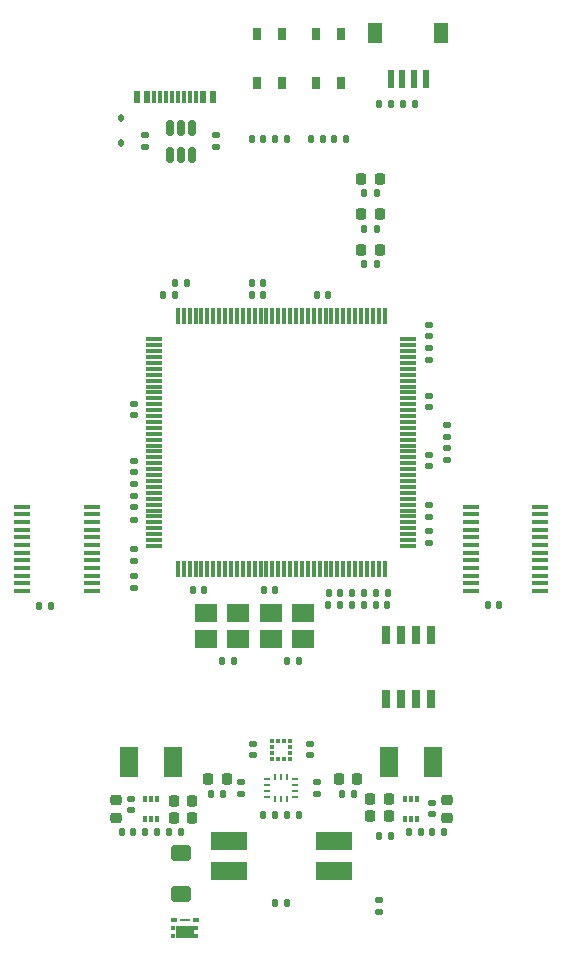
<source format=gbr>
%TF.GenerationSoftware,KiCad,Pcbnew,7.0.1*%
%TF.CreationDate,2023-07-17T00:48:34+01:00*%
%TF.ProjectId,Sensor Hub Board,53656e73-6f72-4204-9875-6220426f6172,rev?*%
%TF.SameCoordinates,Original*%
%TF.FileFunction,Paste,Top*%
%TF.FilePolarity,Positive*%
%FSLAX46Y46*%
G04 Gerber Fmt 4.6, Leading zero omitted, Abs format (unit mm)*
G04 Created by KiCad (PCBNEW 7.0.1) date 2023-07-17 00:48:34*
%MOMM*%
%LPD*%
G01*
G04 APERTURE LIST*
G04 Aperture macros list*
%AMRoundRect*
0 Rectangle with rounded corners*
0 $1 Rounding radius*
0 $2 $3 $4 $5 $6 $7 $8 $9 X,Y pos of 4 corners*
0 Add a 4 corners polygon primitive as box body*
4,1,4,$2,$3,$4,$5,$6,$7,$8,$9,$2,$3,0*
0 Add four circle primitives for the rounded corners*
1,1,$1+$1,$2,$3*
1,1,$1+$1,$4,$5*
1,1,$1+$1,$6,$7*
1,1,$1+$1,$8,$9*
0 Add four rect primitives between the rounded corners*
20,1,$1+$1,$2,$3,$4,$5,0*
20,1,$1+$1,$4,$5,$6,$7,0*
20,1,$1+$1,$6,$7,$8,$9,0*
20,1,$1+$1,$8,$9,$2,$3,0*%
G04 Aperture macros list end*
%ADD10RoundRect,0.218750X-0.218750X-0.256250X0.218750X-0.256250X0.218750X0.256250X-0.218750X0.256250X0*%
%ADD11R,1.475000X0.450000*%
%ADD12R,0.482600X0.254000*%
%ADD13R,0.254000X0.482600*%
%ADD14RoundRect,0.135000X0.185000X-0.135000X0.185000X0.135000X-0.185000X0.135000X-0.185000X-0.135000X0*%
%ADD15RoundRect,0.150000X0.150000X-0.512500X0.150000X0.512500X-0.150000X0.512500X-0.150000X-0.512500X0*%
%ADD16RoundRect,0.225000X-0.250000X0.225000X-0.250000X-0.225000X0.250000X-0.225000X0.250000X0.225000X0*%
%ADD17R,1.950000X1.650000*%
%ADD18RoundRect,0.140000X-0.170000X0.140000X-0.170000X-0.140000X0.170000X-0.140000X0.170000X0.140000X0*%
%ADD19RoundRect,0.135000X0.135000X0.185000X-0.135000X0.185000X-0.135000X-0.185000X0.135000X-0.185000X0*%
%ADD20RoundRect,0.140000X0.140000X0.170000X-0.140000X0.170000X-0.140000X-0.170000X0.140000X-0.170000X0*%
%ADD21R,0.600000X1.550000*%
%ADD22R,1.200000X1.800000*%
%ADD23RoundRect,0.135000X-0.135000X-0.185000X0.135000X-0.185000X0.135000X0.185000X-0.135000X0.185000X0*%
%ADD24RoundRect,0.140000X0.170000X-0.140000X0.170000X0.140000X-0.170000X0.140000X-0.170000X-0.140000X0*%
%ADD25RoundRect,0.140000X-0.140000X-0.170000X0.140000X-0.170000X0.140000X0.170000X-0.140000X0.170000X0*%
%ADD26RoundRect,0.225000X0.225000X0.250000X-0.225000X0.250000X-0.225000X-0.250000X0.225000X-0.250000X0*%
%ADD27RoundRect,0.135000X-0.185000X0.135000X-0.185000X-0.135000X0.185000X-0.135000X0.185000X0.135000X0*%
%ADD28R,0.300000X0.475000*%
%ADD29R,1.500000X2.500000*%
%ADD30R,0.650000X1.500000*%
%ADD31RoundRect,0.225000X-0.225000X-0.250000X0.225000X-0.250000X0.225000X0.250000X-0.225000X0.250000X0*%
%ADD32RoundRect,0.218750X0.218750X0.256250X-0.218750X0.256250X-0.218750X-0.256250X0.218750X-0.256250X0*%
%ADD33RoundRect,0.112500X0.112500X-0.187500X0.112500X0.187500X-0.112500X0.187500X-0.112500X-0.187500X0*%
%ADD34R,0.600000X1.140000*%
%ADD35R,0.300000X1.140000*%
%ADD36R,0.650000X1.050000*%
%ADD37R,0.300000X1.475000*%
%ADD38R,1.475000X0.300000*%
%ADD39R,0.350000X0.400000*%
%ADD40R,0.500000X0.400000*%
%ADD41R,0.920000X0.285000*%
%ADD42R,1.600000X1.050000*%
%ADD43R,3.100000X1.600000*%
%ADD44R,0.375000X0.350000*%
%ADD45R,0.350000X0.375000*%
%ADD46RoundRect,0.250000X0.600000X-0.400000X0.600000X0.400000X-0.600000X0.400000X-0.600000X-0.400000X0*%
G04 APERTURE END LIST*
D10*
%TO.C,D202*%
X144862500Y-119500000D03*
X146437500Y-119500000D03*
%TD*%
D11*
%TO.C,U403*%
X123938000Y-103575000D03*
X123938000Y-102925000D03*
X123938000Y-102275000D03*
X123938000Y-101625000D03*
X123938000Y-100975000D03*
X123938000Y-100325000D03*
X123938000Y-99675000D03*
X123938000Y-99025000D03*
X123938000Y-98375000D03*
X123938000Y-97725000D03*
X123938000Y-97075000D03*
X123938000Y-96425000D03*
X118062000Y-96425000D03*
X118062000Y-97075000D03*
X118062000Y-97725000D03*
X118062000Y-98375000D03*
X118062000Y-99025000D03*
X118062000Y-99675000D03*
X118062000Y-100325000D03*
X118062000Y-100975000D03*
X118062000Y-101625000D03*
X118062000Y-102275000D03*
X118062000Y-102925000D03*
X118062000Y-103575000D03*
%TD*%
D12*
%TO.C,U402*%
X138793499Y-119499999D03*
X138793499Y-120000000D03*
X138793499Y-120500000D03*
X138793499Y-121000001D03*
D13*
X139500000Y-121202500D03*
X139999999Y-121202500D03*
X140499998Y-121202500D03*
D12*
X141206499Y-121000001D03*
X141206499Y-120500000D03*
X141206499Y-120000000D03*
X141206499Y-119499999D03*
D13*
X140499998Y-119297500D03*
X139999999Y-119297500D03*
X139500000Y-119297500D03*
%TD*%
D14*
%TO.C,R314*%
X154000000Y-92510000D03*
X154000000Y-91490000D03*
%TD*%
D15*
%TO.C,U302*%
X130550000Y-66637500D03*
X131500000Y-66637500D03*
X132450000Y-66637500D03*
X132450000Y-64362500D03*
X131500000Y-64362500D03*
X130550000Y-64362500D03*
%TD*%
D16*
%TO.C,C202*%
X126000000Y-121225000D03*
X126000000Y-122775000D03*
%TD*%
D14*
%TO.C,R310*%
X127500000Y-97510000D03*
X127500000Y-96490000D03*
%TD*%
D17*
%TO.C,X301*%
X139125000Y-107600000D03*
X141875000Y-107600000D03*
X141875000Y-105400000D03*
X139125000Y-105400000D03*
%TD*%
D18*
%TO.C,C204*%
X127250000Y-121170000D03*
X127250000Y-122130000D03*
%TD*%
%TO.C,C315*%
X152500000Y-98520000D03*
X152500000Y-99480000D03*
%TD*%
D19*
%TO.C,R204*%
X131510000Y-124000000D03*
X130490000Y-124000000D03*
%TD*%
D18*
%TO.C,C203*%
X152750000Y-121520000D03*
X152750000Y-122480000D03*
%TD*%
D20*
%TO.C,C205*%
X149280000Y-124300000D03*
X148320000Y-124300000D03*
%TD*%
D21*
%TO.C,J304*%
X152260000Y-60230000D03*
X151260000Y-60230000D03*
X150260000Y-60230000D03*
X149260000Y-60230000D03*
D22*
X153560000Y-56355000D03*
X147960000Y-56355000D03*
%TD*%
D23*
%TO.C,R203*%
X152790000Y-124000000D03*
X153810000Y-124000000D03*
%TD*%
D19*
%TO.C,R207*%
X135110000Y-120750000D03*
X134090000Y-120750000D03*
%TD*%
D20*
%TO.C,C322*%
X133480000Y-103500000D03*
X132520000Y-103500000D03*
%TD*%
D23*
%TO.C,R306*%
X138490000Y-122500000D03*
X139510000Y-122500000D03*
%TD*%
D24*
%TO.C,C312*%
X127500000Y-93480000D03*
X127500000Y-92520000D03*
%TD*%
D19*
%TO.C,R302*%
X148070000Y-69900000D03*
X147050000Y-69900000D03*
%TD*%
D25*
%TO.C,C318*%
X143020000Y-78500000D03*
X143980000Y-78500000D03*
%TD*%
D10*
%TO.C,D303*%
X146772500Y-74650000D03*
X148347500Y-74650000D03*
%TD*%
D25*
%TO.C,C401*%
X157520000Y-104750000D03*
X158480000Y-104750000D03*
%TD*%
D23*
%TO.C,R202*%
X150790000Y-124000000D03*
X151810000Y-124000000D03*
%TD*%
D25*
%TO.C,C404*%
X119520000Y-104800000D03*
X120480000Y-104800000D03*
%TD*%
D26*
%TO.C,C210*%
X132475000Y-121300000D03*
X130925000Y-121300000D03*
%TD*%
D20*
%TO.C,C304*%
X146980000Y-103750000D03*
X146020000Y-103750000D03*
%TD*%
D25*
%TO.C,C309*%
X148020000Y-104750000D03*
X148980000Y-104750000D03*
%TD*%
D27*
%TO.C,R402*%
X127509000Y-102273000D03*
X127509000Y-103293000D03*
%TD*%
D24*
%TO.C,C402*%
X136600000Y-120730000D03*
X136600000Y-119770000D03*
%TD*%
%TO.C,C406*%
X143000000Y-120730000D03*
X143000000Y-119770000D03*
%TD*%
D28*
%TO.C,IC202*%
X129500000Y-121162000D03*
X129000000Y-121162000D03*
X128500000Y-121162000D03*
X128500000Y-122838000D03*
X129000000Y-122838000D03*
X129500000Y-122838000D03*
%TD*%
D18*
%TO.C,C308*%
X152500000Y-92020000D03*
X152500000Y-92980000D03*
%TD*%
D25*
%TO.C,C301*%
X135020000Y-109500000D03*
X135980000Y-109500000D03*
%TD*%
D23*
%TO.C,R201*%
X139490000Y-130000000D03*
X140510000Y-130000000D03*
%TD*%
D29*
%TO.C,L202*%
X127150000Y-118000000D03*
X130850000Y-118000000D03*
%TD*%
D25*
%TO.C,C313*%
X137520000Y-78500000D03*
X138480000Y-78500000D03*
%TD*%
D20*
%TO.C,C316*%
X144980000Y-103750000D03*
X144020000Y-103750000D03*
%TD*%
D23*
%TO.C,R311*%
X148250000Y-62320000D03*
X149270000Y-62320000D03*
%TD*%
D20*
%TO.C,C305*%
X146980000Y-104750000D03*
X146020000Y-104750000D03*
%TD*%
D18*
%TO.C,C311*%
X127500000Y-100020000D03*
X127500000Y-100980000D03*
%TD*%
D10*
%TO.C,D301*%
X146772500Y-71650000D03*
X148347500Y-71650000D03*
%TD*%
%TO.C,D302*%
X146772500Y-68650000D03*
X148347500Y-68650000D03*
%TD*%
D17*
%TO.C,X302*%
X133625000Y-107600000D03*
X136375000Y-107600000D03*
X136375000Y-105400000D03*
X133625000Y-105400000D03*
%TD*%
D27*
%TO.C,R307*%
X134450000Y-64990000D03*
X134450000Y-66010000D03*
%TD*%
D19*
%TO.C,R313*%
X143500000Y-65300000D03*
X142480000Y-65300000D03*
%TD*%
D25*
%TO.C,C307*%
X148040000Y-103750000D03*
X149000000Y-103750000D03*
%TD*%
D16*
%TO.C,C201*%
X154000000Y-121225000D03*
X154000000Y-122775000D03*
%TD*%
D24*
%TO.C,C403*%
X142400000Y-117460000D03*
X142400000Y-116500000D03*
%TD*%
D25*
%TO.C,C306*%
X130020000Y-78500000D03*
X130980000Y-78500000D03*
%TD*%
D20*
%TO.C,C302*%
X141480000Y-109500000D03*
X140520000Y-109500000D03*
%TD*%
D30*
%TO.C,IC301*%
X152655000Y-107300000D03*
X151385000Y-107300000D03*
X150115000Y-107300000D03*
X148845000Y-107300000D03*
X148845000Y-112700000D03*
X150115000Y-112700000D03*
X151385000Y-112700000D03*
X152655000Y-112700000D03*
%TD*%
D20*
%TO.C,C323*%
X132000000Y-77500000D03*
X131040000Y-77500000D03*
%TD*%
D26*
%TO.C,C208*%
X132475000Y-122800000D03*
X130925000Y-122800000D03*
%TD*%
D31*
%TO.C,C209*%
X147550000Y-122650000D03*
X149100000Y-122650000D03*
%TD*%
D24*
%TO.C,C320*%
X152500000Y-81980000D03*
X152500000Y-81020000D03*
%TD*%
D19*
%TO.C,R205*%
X129510000Y-124000000D03*
X128490000Y-124000000D03*
%TD*%
D27*
%TO.C,R401*%
X152500000Y-96240000D03*
X152500000Y-97260000D03*
%TD*%
D32*
%TO.C,D203*%
X135387500Y-119500000D03*
X133812500Y-119500000D03*
%TD*%
D27*
%TO.C,R309*%
X127500000Y-94490000D03*
X127500000Y-95510000D03*
%TD*%
D20*
%TO.C,C206*%
X127480000Y-124000000D03*
X126520000Y-124000000D03*
%TD*%
D24*
%TO.C,C310*%
X127499000Y-88702000D03*
X127499000Y-87742000D03*
%TD*%
D31*
%TO.C,C207*%
X147550000Y-121130000D03*
X149100000Y-121130000D03*
%TD*%
D29*
%TO.C,L201*%
X152850000Y-118000000D03*
X149150000Y-118000000D03*
%TD*%
D25*
%TO.C,C314*%
X137520000Y-77500000D03*
X138480000Y-77500000D03*
%TD*%
D33*
%TO.C,D304*%
X126400000Y-65650000D03*
X126400000Y-63550000D03*
%TD*%
D23*
%TO.C,R206*%
X145140000Y-120750000D03*
X146160000Y-120750000D03*
%TD*%
D34*
%TO.C,J303*%
X134200000Y-61750000D03*
X133400000Y-61750000D03*
D35*
X132250000Y-61750000D03*
X131250000Y-61750000D03*
X130750000Y-61750000D03*
X129750000Y-61750000D03*
D34*
X127800000Y-61750000D03*
X128600000Y-61750000D03*
D35*
X129250000Y-61750000D03*
X130250000Y-61750000D03*
X131750000Y-61750000D03*
X132750000Y-61750000D03*
%TD*%
D20*
%TO.C,C317*%
X139480000Y-103500000D03*
X138520000Y-103500000D03*
%TD*%
D36*
%TO.C,S301*%
X137925000Y-60575000D03*
X137925000Y-56425000D03*
X140075000Y-60575000D03*
X140075000Y-56425000D03*
%TD*%
D25*
%TO.C,C324*%
X144510000Y-65300000D03*
X145470000Y-65300000D03*
%TD*%
D23*
%TO.C,R304*%
X139490000Y-65300000D03*
X140510000Y-65300000D03*
%TD*%
D27*
%TO.C,R308*%
X128500000Y-64990000D03*
X128500000Y-66010000D03*
%TD*%
D37*
%TO.C,IC302*%
X131250000Y-101738000D03*
X131750000Y-101738000D03*
X132250000Y-101738000D03*
X132750000Y-101738000D03*
X133250000Y-101738000D03*
X133750000Y-101738000D03*
X134250000Y-101738000D03*
X134750000Y-101738000D03*
X135250000Y-101738000D03*
X135750000Y-101738000D03*
X136250000Y-101738000D03*
X136750000Y-101738000D03*
X137250000Y-101738000D03*
X137750000Y-101738000D03*
X138250000Y-101738000D03*
X138750000Y-101738000D03*
X139250000Y-101738000D03*
X139750000Y-101738000D03*
X140250000Y-101738000D03*
X140750000Y-101738000D03*
X141250000Y-101738000D03*
X141750000Y-101738000D03*
X142250000Y-101738000D03*
X142750000Y-101738000D03*
X143250000Y-101738000D03*
X143750000Y-101738000D03*
X144250000Y-101738000D03*
X144750000Y-101738000D03*
X145250000Y-101738000D03*
X145750000Y-101738000D03*
X146250000Y-101738000D03*
X146750000Y-101738000D03*
X147250000Y-101738000D03*
X147750000Y-101738000D03*
X148250000Y-101738000D03*
X148750000Y-101738000D03*
D38*
X150738000Y-99750000D03*
X150738000Y-99250000D03*
X150738000Y-98750000D03*
X150738000Y-98250000D03*
X150738000Y-97750000D03*
X150738000Y-97250000D03*
X150738000Y-96750000D03*
X150738000Y-96250000D03*
X150738000Y-95750000D03*
X150738000Y-95250000D03*
X150738000Y-94750000D03*
X150738000Y-94250000D03*
X150738000Y-93750000D03*
X150738000Y-93250000D03*
X150738000Y-92750000D03*
X150738000Y-92250000D03*
X150738000Y-91750000D03*
X150738000Y-91250000D03*
X150738000Y-90750000D03*
X150738000Y-90250000D03*
X150738000Y-89750000D03*
X150738000Y-89250000D03*
X150738000Y-88750000D03*
X150738000Y-88250000D03*
X150738000Y-87750000D03*
X150738000Y-87250000D03*
X150738000Y-86750000D03*
X150738000Y-86250000D03*
X150738000Y-85750000D03*
X150738000Y-85250000D03*
X150738000Y-84750000D03*
X150738000Y-84250000D03*
X150738000Y-83750000D03*
X150738000Y-83250000D03*
X150738000Y-82750000D03*
X150738000Y-82250000D03*
D37*
X148750000Y-80262000D03*
X148250000Y-80262000D03*
X147750000Y-80262000D03*
X147250000Y-80262000D03*
X146750000Y-80262000D03*
X146250000Y-80262000D03*
X145750000Y-80262000D03*
X145250000Y-80262000D03*
X144750000Y-80262000D03*
X144250000Y-80262000D03*
X143750000Y-80262000D03*
X143250000Y-80262000D03*
X142750000Y-80262000D03*
X142250000Y-80262000D03*
X141750000Y-80262000D03*
X141250000Y-80262000D03*
X140750000Y-80262000D03*
X140250000Y-80262000D03*
X139750000Y-80262000D03*
X139250000Y-80262000D03*
X138750000Y-80262000D03*
X138250000Y-80262000D03*
X137750000Y-80262000D03*
X137250000Y-80262000D03*
X136750000Y-80262000D03*
X136250000Y-80262000D03*
X135750000Y-80262000D03*
X135250000Y-80262000D03*
X134750000Y-80262000D03*
X134250000Y-80262000D03*
X133750000Y-80262000D03*
X133250000Y-80262000D03*
X132750000Y-80262000D03*
X132250000Y-80262000D03*
X131750000Y-80262000D03*
X131250000Y-80262000D03*
D38*
X129262000Y-82250000D03*
X129262000Y-82750000D03*
X129262000Y-83250000D03*
X129262000Y-83750000D03*
X129262000Y-84250000D03*
X129262000Y-84750000D03*
X129262000Y-85250000D03*
X129262000Y-85750000D03*
X129262000Y-86250000D03*
X129262000Y-86750000D03*
X129262000Y-87250000D03*
X129262000Y-87750000D03*
X129262000Y-88250000D03*
X129262000Y-88750000D03*
X129262000Y-89250000D03*
X129262000Y-89750000D03*
X129262000Y-90250000D03*
X129262000Y-90750000D03*
X129262000Y-91250000D03*
X129262000Y-91750000D03*
X129262000Y-92250000D03*
X129262000Y-92750000D03*
X129262000Y-93250000D03*
X129262000Y-93750000D03*
X129262000Y-94250000D03*
X129262000Y-94750000D03*
X129262000Y-95250000D03*
X129262000Y-95750000D03*
X129262000Y-96250000D03*
X129262000Y-96750000D03*
X129262000Y-97250000D03*
X129262000Y-97750000D03*
X129262000Y-98250000D03*
X129262000Y-98750000D03*
X129262000Y-99250000D03*
X129262000Y-99750000D03*
%TD*%
D28*
%TO.C,IC201*%
X151500000Y-121162000D03*
X151000000Y-121162000D03*
X150500000Y-121162000D03*
X150500000Y-122838000D03*
X151000000Y-122838000D03*
X151500000Y-122838000D03*
%TD*%
D20*
%TO.C,C405*%
X141480000Y-122500000D03*
X140520000Y-122500000D03*
%TD*%
D11*
%TO.C,U401*%
X161938000Y-103575000D03*
X161938000Y-102925000D03*
X161938000Y-102275000D03*
X161938000Y-101625000D03*
X161938000Y-100975000D03*
X161938000Y-100325000D03*
X161938000Y-99675000D03*
X161938000Y-99025000D03*
X161938000Y-98375000D03*
X161938000Y-97725000D03*
X161938000Y-97075000D03*
X161938000Y-96425000D03*
X156062000Y-96425000D03*
X156062000Y-97075000D03*
X156062000Y-97725000D03*
X156062000Y-98375000D03*
X156062000Y-99025000D03*
X156062000Y-99675000D03*
X156062000Y-100325000D03*
X156062000Y-100975000D03*
X156062000Y-101625000D03*
X156062000Y-102275000D03*
X156062000Y-102925000D03*
X156062000Y-103575000D03*
%TD*%
D19*
%TO.C,R301*%
X148070000Y-72900000D03*
X147050000Y-72900000D03*
%TD*%
D27*
%TO.C,R315*%
X154000000Y-89500000D03*
X154000000Y-90520000D03*
%TD*%
D19*
%TO.C,R312*%
X151300000Y-62320000D03*
X150280000Y-62320000D03*
%TD*%
D20*
%TO.C,C303*%
X138480000Y-65300000D03*
X137520000Y-65300000D03*
%TD*%
D19*
%TO.C,FB301*%
X145010000Y-104750000D03*
X143990000Y-104750000D03*
%TD*%
D18*
%TO.C,C321*%
X152500000Y-87020000D03*
X152500000Y-87980000D03*
%TD*%
D14*
%TO.C,R305*%
X148250000Y-130710000D03*
X148250000Y-129690000D03*
%TD*%
D19*
%TO.C,R303*%
X148070000Y-75900000D03*
X147050000Y-75900000D03*
%TD*%
D18*
%TO.C,C319*%
X152500000Y-83020000D03*
X152500000Y-83980000D03*
%TD*%
D39*
%TO.C,Q201*%
X132825000Y-132750000D03*
X132825000Y-132100000D03*
D40*
X132750000Y-131450000D03*
X130950000Y-131450000D03*
D39*
X130875000Y-132100000D03*
X130875000Y-132750000D03*
D41*
X131850000Y-131450000D03*
D42*
X131850000Y-132425000D03*
%TD*%
D43*
%TO.C,SW301*%
X144445000Y-127270000D03*
X144445000Y-124730000D03*
X135555000Y-124730000D03*
X135555000Y-127270000D03*
%TD*%
D24*
%TO.C,C407*%
X137600000Y-117480000D03*
X137600000Y-116520000D03*
%TD*%
D44*
%TO.C,U404*%
X139237499Y-116250000D03*
X139237499Y-116750000D03*
X139237499Y-117250000D03*
X139237499Y-117750000D03*
D45*
X139749999Y-117762500D03*
X140249999Y-117762500D03*
D44*
X140762499Y-117750000D03*
X140762499Y-117250000D03*
X140762499Y-116750000D03*
X140762499Y-116250000D03*
D45*
X140249999Y-116237500D03*
X139749999Y-116237500D03*
%TD*%
D46*
%TO.C,D201*%
X131500000Y-129250000D03*
X131500000Y-125750000D03*
%TD*%
D36*
%TO.C,S302*%
X142925000Y-60575000D03*
X142925000Y-56425000D03*
X145075000Y-60575000D03*
X145075000Y-56425000D03*
%TD*%
M02*

</source>
